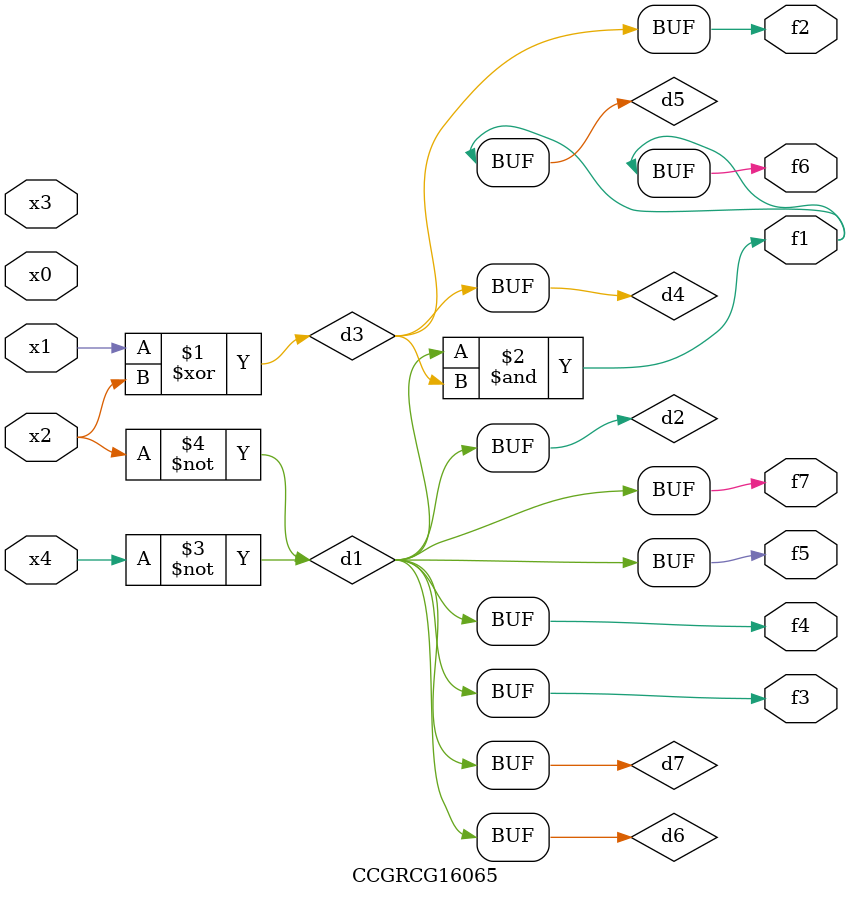
<source format=v>
module CCGRCG16065(
	input x0, x1, x2, x3, x4,
	output f1, f2, f3, f4, f5, f6, f7
);

	wire d1, d2, d3, d4, d5, d6, d7;

	not (d1, x4);
	not (d2, x2);
	xor (d3, x1, x2);
	buf (d4, d3);
	and (d5, d1, d3);
	buf (d6, d1, d2);
	buf (d7, d2);
	assign f1 = d5;
	assign f2 = d4;
	assign f3 = d7;
	assign f4 = d7;
	assign f5 = d7;
	assign f6 = d5;
	assign f7 = d7;
endmodule

</source>
